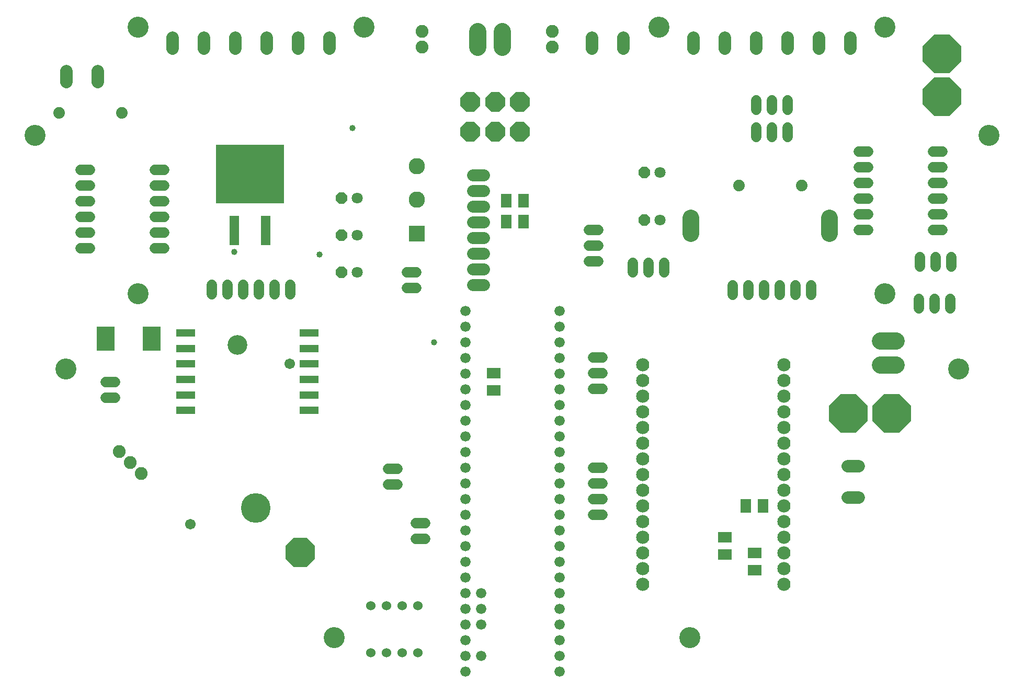
<source format=gbr>
G04 EAGLE Gerber RS-274X export*
G75*
%MOMM*%
%FSLAX34Y34*%
%LPD*%
%INSoldermask Top*%
%IPPOS*%
%AMOC8*
5,1,8,0,0,1.08239X$1,22.5*%
G01*
%ADD10C,3.403200*%
%ADD11C,1.727200*%
%ADD12P,1.951982X8X202.500000*%
%ADD13C,1.803400*%
%ADD14C,4.800600*%
%ADD15P,5.196121X8X337.500000*%
%ADD16C,2.082800*%
%ADD17C,1.879600*%
%ADD18C,1.993900*%
%ADD19C,2.743200*%
%ADD20R,2.633200X2.633200*%
%ADD21C,2.633200*%
%ADD22C,1.524000*%
%ADD23R,2.203200X1.803200*%
%ADD24R,1.803200X2.203200*%
%ADD25P,3.477827X8X292.500000*%
%ADD26R,3.153200X1.203200*%
%ADD27P,6.731600X8X112.500000*%
%ADD28C,2.133600*%
%ADD29C,1.676400*%
%ADD30C,1.981200*%
%ADD31P,6.731600X8X22.500000*%
%ADD32R,3.003200X4.003200*%
%ADD33R,1.553200X4.803200*%
%ADD34R,11.003200X9.603200*%
%ADD35C,2.753200*%
%ADD36C,3.203200*%
%ADD37C,1.703200*%
%ADD38C,1.009600*%


D10*
X1504840Y1114402D03*
X1139080Y1114402D03*
X295783Y1114873D03*
X613396Y126023D03*
X178510Y560905D03*
X295784Y683073D03*
X128669Y939505D03*
X1188818Y126023D03*
X1504840Y682602D03*
X1623700Y560905D03*
X1673545Y939500D03*
X661540Y1114872D03*
D11*
X1025410Y786420D02*
X1040650Y786420D01*
X1040650Y761020D02*
X1025410Y761020D01*
X1025410Y735620D02*
X1040650Y735620D01*
D12*
X625300Y718000D03*
D13*
X650700Y718000D03*
D12*
X1115300Y879030D03*
D13*
X1140700Y879030D03*
D12*
X1115300Y801960D03*
D13*
X1140700Y801960D03*
D12*
X625300Y778000D03*
D13*
X650700Y778000D03*
D12*
X625300Y838000D03*
D13*
X650700Y838000D03*
D14*
X486439Y335941D03*
D15*
X558281Y264099D03*
D16*
X755580Y1107700D03*
X755580Y1082300D03*
D17*
X1268130Y858460D03*
X1369730Y858460D03*
D16*
X965930Y1107700D03*
X965930Y1082300D03*
D18*
X1030600Y1079697D02*
X1030600Y1097604D01*
X1081400Y1097604D02*
X1081400Y1079697D01*
D19*
X1415362Y805780D02*
X1415362Y780380D01*
X1190318Y780380D02*
X1190318Y805780D01*
D20*
X747230Y780730D03*
D21*
X747230Y835230D03*
X747230Y889730D03*
D11*
X1346920Y936680D02*
X1346920Y951920D01*
X1321520Y951920D02*
X1321520Y936680D01*
X1296120Y936680D02*
X1296120Y951920D01*
X1047620Y529050D02*
X1032380Y529050D01*
X1032380Y554450D02*
X1047620Y554450D01*
X1047620Y579850D02*
X1032380Y579850D01*
X1032380Y375980D02*
X1047620Y375980D01*
X1047620Y350580D02*
X1032380Y350580D01*
X1032380Y325180D02*
X1047620Y325180D01*
X1047620Y401380D02*
X1032380Y401380D01*
D22*
X748920Y177390D03*
X723520Y177390D03*
X723520Y101190D03*
X748920Y101190D03*
X698120Y177390D03*
X672720Y177390D03*
X698120Y101190D03*
X672720Y101190D03*
D23*
X1294100Y263300D03*
X1294100Y235300D03*
X1245760Y288670D03*
X1245760Y260670D03*
D24*
X919610Y833300D03*
X891610Y833300D03*
X919760Y799950D03*
X891760Y799950D03*
D18*
X179910Y1025647D02*
X179910Y1043554D01*
X230710Y1043554D02*
X230710Y1025647D01*
D25*
X833568Y993306D03*
X873700Y993306D03*
X913832Y993306D03*
X913832Y945554D03*
X873700Y945554D03*
X833568Y945554D03*
D26*
X372840Y619110D03*
X372840Y594110D03*
X372840Y569110D03*
X372840Y544110D03*
X372840Y519110D03*
X372840Y494110D03*
X572340Y494110D03*
X572340Y519110D03*
X572340Y544110D03*
X572340Y569110D03*
X572340Y594110D03*
X572340Y619110D03*
D27*
X1597230Y1001970D03*
X1597230Y1071970D03*
D28*
X1113130Y568160D03*
X1113130Y542760D03*
X1113130Y517360D03*
X1113130Y491960D03*
X1113130Y466560D03*
X1113130Y441160D03*
X1113130Y415760D03*
X1113130Y390360D03*
X1113130Y364960D03*
X1113130Y339560D03*
X1113130Y314160D03*
X1113130Y288760D03*
X1113130Y263360D03*
X1113130Y237960D03*
X1113130Y212560D03*
X1341730Y568160D03*
X1341730Y542760D03*
X1341730Y517360D03*
X1341730Y491960D03*
X1341730Y466560D03*
X1341730Y441160D03*
X1341730Y415760D03*
X1341730Y390360D03*
X1341730Y364960D03*
X1341730Y339560D03*
X1341730Y314160D03*
X1341730Y288760D03*
X1341730Y263360D03*
X1341730Y237960D03*
X1341730Y212560D03*
D29*
X978360Y122030D03*
X978360Y147430D03*
X978360Y172830D03*
X978360Y198230D03*
X978360Y223630D03*
X978360Y249030D03*
X978360Y274430D03*
X978360Y299830D03*
X978360Y325230D03*
X978360Y350630D03*
X978360Y376030D03*
X978360Y401430D03*
X825960Y401430D03*
X825960Y376030D03*
X825960Y350630D03*
X825960Y325230D03*
X825960Y299830D03*
X825960Y274430D03*
X825960Y249030D03*
X825960Y223630D03*
X825960Y198230D03*
X825960Y172830D03*
X825960Y147430D03*
X978360Y96630D03*
X825960Y122030D03*
X825960Y96630D03*
X978360Y71230D03*
X825960Y71230D03*
X978360Y426830D03*
X825960Y426830D03*
X978360Y452230D03*
X978360Y477630D03*
X978360Y503030D03*
X978360Y528430D03*
X978360Y553830D03*
X978360Y579230D03*
X978360Y604630D03*
X978360Y630030D03*
X978360Y655430D03*
X825960Y655430D03*
X825960Y630030D03*
X825960Y604630D03*
X825960Y579230D03*
X825960Y553830D03*
X825960Y528430D03*
X825960Y503030D03*
X825960Y477630D03*
X825960Y452230D03*
X851360Y96630D03*
X851360Y147430D03*
X851360Y172830D03*
X851360Y198230D03*
D30*
X855240Y799320D02*
X837460Y799320D01*
X837460Y773920D02*
X855240Y773920D01*
X855240Y824720D02*
X837460Y824720D01*
X837460Y850120D02*
X855240Y850120D01*
X855240Y875520D02*
X837460Y875520D01*
X837460Y748520D02*
X855240Y748520D01*
X855240Y723120D02*
X837460Y723120D01*
X837460Y697720D02*
X855240Y697720D01*
D18*
X1444667Y352390D02*
X1462574Y352390D01*
X1462574Y403190D02*
X1444667Y403190D01*
D31*
X1445570Y489160D03*
X1515570Y489160D03*
D11*
X217620Y756500D02*
X202380Y756500D01*
X202380Y781900D02*
X217620Y781900D01*
X217620Y807300D02*
X202380Y807300D01*
X202380Y832700D02*
X217620Y832700D01*
X217620Y858100D02*
X202380Y858100D01*
X202380Y883500D02*
X217620Y883500D01*
X322380Y756500D02*
X337620Y756500D01*
X337620Y781900D02*
X322380Y781900D01*
X322380Y807300D02*
X337620Y807300D01*
X337620Y832700D02*
X322380Y832700D01*
X322380Y858100D02*
X337620Y858100D01*
X337620Y883500D02*
X322380Y883500D01*
X1462380Y786500D02*
X1477620Y786500D01*
X1477620Y811900D02*
X1462380Y811900D01*
X1462380Y837300D02*
X1477620Y837300D01*
X1477620Y862700D02*
X1462380Y862700D01*
X1462380Y888100D02*
X1477620Y888100D01*
X1477620Y913500D02*
X1462380Y913500D01*
X1582380Y786500D02*
X1597620Y786500D01*
X1597620Y811900D02*
X1582380Y811900D01*
X1582380Y837300D02*
X1597620Y837300D01*
X1597620Y862700D02*
X1582380Y862700D01*
X1582380Y888100D02*
X1597620Y888100D01*
X1597620Y913500D02*
X1582380Y913500D01*
D18*
X351280Y1079697D02*
X351280Y1097604D01*
X402080Y1097604D02*
X402080Y1079697D01*
X452880Y1079697D02*
X452880Y1097604D01*
X503680Y1097604D02*
X503680Y1079697D01*
X554480Y1079697D02*
X554480Y1097604D01*
X605280Y1097604D02*
X605280Y1079697D01*
X1194580Y1079697D02*
X1194580Y1097604D01*
X1245380Y1097604D02*
X1245380Y1079697D01*
X1296180Y1079697D02*
X1296180Y1097604D01*
X1346980Y1097604D02*
X1346980Y1079697D01*
X1397780Y1079697D02*
X1397780Y1097604D01*
X1448580Y1097604D02*
X1448580Y1079697D01*
D32*
X243480Y610120D03*
X317480Y610120D03*
D17*
X168070Y975540D03*
X269670Y975540D03*
D33*
X451120Y785180D03*
D34*
X476620Y876680D03*
D33*
X502120Y785180D03*
D11*
X465920Y697130D02*
X465920Y681890D01*
X440520Y681890D02*
X440520Y697130D01*
X415120Y697130D02*
X415120Y681890D01*
X491320Y681890D02*
X491320Y697130D01*
X516720Y697130D02*
X516720Y681890D01*
X542120Y681890D02*
X542120Y697130D01*
X1309140Y696300D02*
X1309140Y681060D01*
X1283740Y681060D02*
X1283740Y696300D01*
X1258340Y696300D02*
X1258340Y681060D01*
X1334540Y681060D02*
X1334540Y696300D01*
X1359940Y696300D02*
X1359940Y681060D01*
X1385340Y681060D02*
X1385340Y696300D01*
D23*
X871600Y554240D03*
X871600Y526240D03*
D35*
X1496920Y567490D02*
X1522420Y567490D01*
X1522420Y607090D02*
X1496920Y607090D01*
D11*
X1296130Y980940D02*
X1296130Y996180D01*
X1321530Y996180D02*
X1321530Y980940D01*
X1346930Y980940D02*
X1346930Y996180D01*
D35*
X884640Y1082250D02*
X884640Y1107750D01*
X845040Y1107750D02*
X845040Y1082250D01*
D11*
X1096770Y732530D02*
X1096770Y717290D01*
X1122170Y717290D02*
X1122170Y732530D01*
X1147570Y732530D02*
X1147570Y717290D01*
X258030Y539870D02*
X242790Y539870D01*
X242790Y514470D02*
X258030Y514470D01*
D24*
X1307420Y339360D03*
X1279420Y339360D03*
D11*
X715370Y374100D02*
X700130Y374100D01*
X700130Y399500D02*
X715370Y399500D01*
X745280Y311250D02*
X760520Y311250D01*
X760520Y285850D02*
X745280Y285850D01*
X746270Y692700D02*
X731030Y692700D01*
X731030Y718100D02*
X746270Y718100D01*
X1561150Y727080D02*
X1561150Y742320D01*
X1586550Y742320D02*
X1586550Y727080D01*
X1611950Y727080D02*
X1611950Y742320D01*
X1559550Y674370D02*
X1559550Y659130D01*
X1584950Y659130D02*
X1584950Y674370D01*
X1610350Y674370D02*
X1610350Y659130D01*
D16*
X300861Y391589D03*
X282900Y409550D03*
X264939Y427511D03*
D36*
X456450Y599700D03*
D37*
X380000Y310000D03*
X541055Y569205D03*
D38*
X451210Y750880D03*
X589120Y746190D03*
X642600Y951050D03*
X775100Y604650D03*
M02*

</source>
